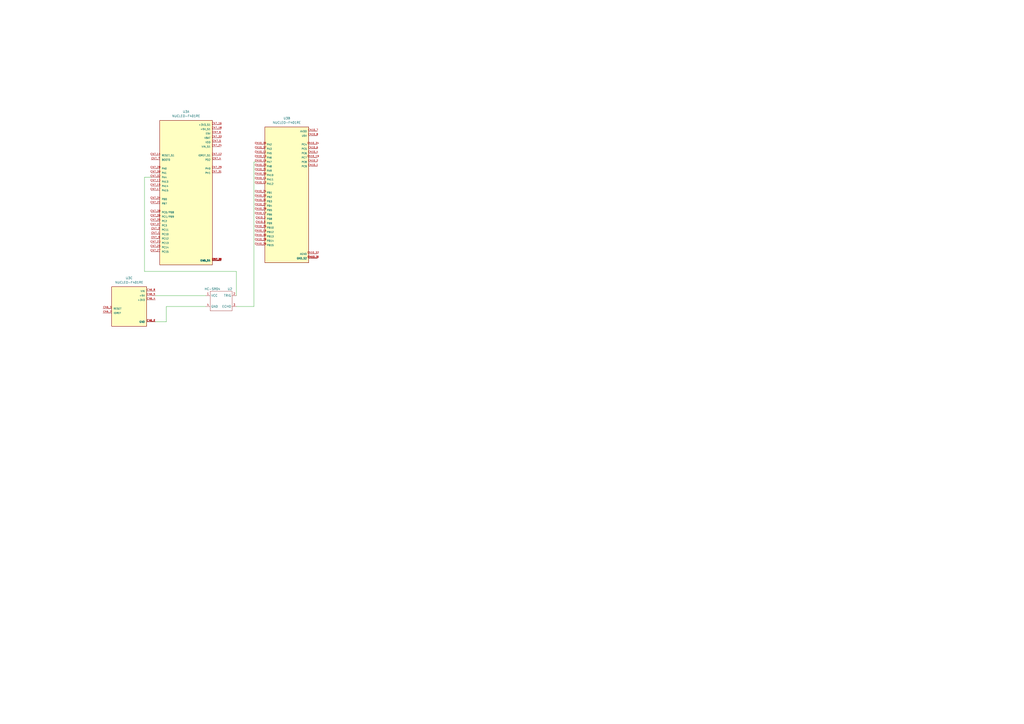
<source format=kicad_sch>
(kicad_sch (version 20230121) (generator eeschema)
  (paper "A2")
  (lib_symbols
    (symbol "Proj_SDTR_SYMBOL:HC-SR04"
      (property "Reference" "U" (at 0 0 0))
      (symbol "HC-SR04_0_1"
        (rectangle (start -6.35 -2.54) (end 6.35 -13.97))
      )
      (symbol "HC-SR04_1_1"
        (pin bidirectional line (at -8.89 -5.08 0) (length 2.54) (name "VCC") (number "1"))
        (pin bidirectional line (at 8.89 -5.08 180) (length 2.54) (name "TRIG") (number "2"))
        (pin bidirectional line (at 8.89 -11.43 180) (length 2.54) (name "ECHO") (number "3"))
        (pin bidirectional line (at -8.89 -11.43 0) (length 2.54) (name "GND") (number "4"))
      )
    )
    (symbol "Proj_SDTR_SYMBOL:NUCLEO-F401RE" (pin_names (offset 1.016))
      (property "Reference" "U" (at -15.24 41.91 0))
      (property "Value" "NUCLEO-F401RE" (at -15.24 -44.45 0))
      (symbol "NUCLEO-F401RE_1_0"
        (rectangle (start -15.24 -43.18) (end 15.24 40.64) (stroke (width 0.254)) (fill (type background)))
        (pin bidirectional line (at -20.32 -25.4 0) (length 5.08) (name "PC10") (number "CN7_1"))
        (pin bidirectional line (at 20.32 20.32 180) (length 5.08) (name "IOREF_S1") (number "CN7_12"))
        (pin bidirectional line (at -20.32 5.08 0) (length 5.08) (name "PA13") (number "CN7_13"))
        (pin bidirectional line (at -20.32 20.32 0) (length 5.08) (name "RESET_S1") (number "CN7_14"))
        (pin bidirectional line (at -20.32 2.54 0) (length 5.08) (name "PA14") (number "CN7_15"))
        (pin power_in line (at 20.32 38.1 180) (length 5.08) (name "+3V3_S1") (number "CN7_16"))
        (pin bidirectional line (at -20.32 0 0) (length 5.08) (name "PA15") (number "CN7_17"))
        (pin power_in line (at 20.32 35.56 180) (length 5.08) (name "+5V_S1") (number "CN7_18"))
        (pin power_in line (at 20.32 -40.64 180) (length 5.08) (name "GND_S1") (number "CN7_19"))
        (pin bidirectional line (at -20.32 -22.86 0) (length 5.08) (name "PC11") (number "CN7_2"))
        (pin power_in line (at 20.32 -40.64 180) (length 5.08) (name "GND_S1") (number "CN7_20"))
        (pin bidirectional line (at -20.32 -7.62 0) (length 5.08) (name "PB7") (number "CN7_21"))
        (pin power_in line (at 20.32 -40.64 180) (length 5.08) (name "GND_S1") (number "CN7_22"))
        (pin bidirectional line (at -20.32 -30.48 0) (length 5.08) (name "PC13") (number "CN7_23"))
        (pin power_in line (at 20.32 25.4 180) (length 5.08) (name "VIN_S1") (number "CN7_24"))
        (pin bidirectional line (at -20.32 -33.02 0) (length 5.08) (name "PC14") (number "CN7_25"))
        (pin bidirectional line (at -20.32 -35.56 0) (length 5.08) (name "PC15") (number "CN7_27"))
        (pin bidirectional line (at -20.32 12.7 0) (length 5.08) (name "PA0") (number "CN7_28"))
        (pin bidirectional line (at 20.32 12.7 180) (length 5.08) (name "PH0") (number "CN7_29"))
        (pin bidirectional line (at -20.32 -27.94 0) (length 5.08) (name "PC12") (number "CN7_3"))
        (pin bidirectional line (at -20.32 10.16 0) (length 5.08) (name "PA1") (number "CN7_30"))
        (pin bidirectional line (at 20.32 10.16 180) (length 5.08) (name "PH1") (number "CN7_31"))
        (pin bidirectional line (at -20.32 7.62 0) (length 5.08) (name "PA4") (number "CN7_32"))
        (pin power_in line (at 20.32 30.48 180) (length 5.08) (name "VBAT") (number "CN7_33"))
        (pin bidirectional line (at -20.32 -5.08 0) (length 5.08) (name "PB0") (number "CN7_34"))
        (pin bidirectional line (at -20.32 -17.78 0) (length 5.08) (name "PC2") (number "CN7_35"))
        (pin bidirectional line (at -20.32 -15.24 0) (length 5.08) (name "PC1/PB9") (number "CN7_36"))
        (pin bidirectional line (at -20.32 -20.32 0) (length 5.08) (name "PC3") (number "CN7_37"))
        (pin bidirectional line (at -20.32 -12.7 0) (length 5.08) (name "PC0/PB8") (number "CN7_38"))
        (pin bidirectional line (at 20.32 17.78 180) (length 5.08) (name "PD2") (number "CN7_4"))
        (pin power_in line (at 20.32 27.94 180) (length 5.08) (name "VDD") (number "CN7_5"))
        (pin power_in line (at 20.32 33.02 180) (length 5.08) (name "E5V") (number "CN7_6"))
        (pin bidirectional line (at -20.32 17.78 0) (length 5.08) (name "BOOT0") (number "CN7_7"))
        (pin power_in line (at 20.32 -40.64 180) (length 5.08) (name "GND_S1") (number "CN7_8"))
      )
      (symbol "NUCLEO-F401RE_2_0"
        (rectangle (start -12.7 -40.64) (end 12.7 38.1) (stroke (width 0.254)) (fill (type background)))
        (pin bidirectional line (at 17.78 15.24 180) (length 5.08) (name "PC9") (number "CN10_1"))
        (pin bidirectional line (at -17.78 22.86 0) (length 5.08) (name "PA5") (number "CN10_11"))
        (pin bidirectional line (at -17.78 5.08 0) (length 5.08) (name "PA12") (number "CN10_12"))
        (pin bidirectional line (at -17.78 20.32 0) (length 5.08) (name "PA6") (number "CN10_13"))
        (pin bidirectional line (at -17.78 7.62 0) (length 5.08) (name "PA11") (number "CN10_14"))
        (pin bidirectional line (at -17.78 17.78 0) (length 5.08) (name "PA7") (number "CN10_15"))
        (pin bidirectional line (at -17.78 -22.86 0) (length 5.08) (name "PB12") (number "CN10_16"))
        (pin bidirectional line (at -17.78 -12.7 0) (length 5.08) (name "PB6") (number "CN10_17"))
        (pin bidirectional line (at 17.78 20.32 180) (length 5.08) (name "PC7") (number "CN10_19"))
        (pin bidirectional line (at 17.78 17.78 180) (length 5.08) (name "PC8") (number "CN10_2"))
        (pin power_in line (at 17.78 -38.1 180) (length 5.08) (name "GND_S2") (number "CN10_20"))
        (pin bidirectional line (at -17.78 12.7 0) (length 5.08) (name "PA9") (number "CN10_21"))
        (pin bidirectional line (at -17.78 -2.54 0) (length 5.08) (name "PB2") (number "CN10_22"))
        (pin bidirectional line (at -17.78 15.24 0) (length 5.08) (name "PA8") (number "CN10_23"))
        (pin bidirectional line (at -17.78 0 0) (length 5.08) (name "PB1") (number "CN10_24"))
        (pin bidirectional line (at -17.78 -20.32 0) (length 5.08) (name "PB10") (number "CN10_25"))
        (pin bidirectional line (at -17.78 -30.48 0) (length 5.08) (name "PB15") (number "CN10_26"))
        (pin bidirectional line (at -17.78 -7.62 0) (length 5.08) (name "PB4") (number "CN10_27"))
        (pin bidirectional line (at -17.78 -27.94 0) (length 5.08) (name "PB14") (number "CN10_28"))
        (pin bidirectional line (at -17.78 -10.16 0) (length 5.08) (name "PB5") (number "CN10_29"))
        (pin bidirectional line (at -17.78 -15.24 0) (length 5.08) (name "PB8") (number "CN10_3"))
        (pin bidirectional line (at -17.78 -25.4 0) (length 5.08) (name "PB13") (number "CN10_30"))
        (pin bidirectional line (at -17.78 -5.08 0) (length 5.08) (name "PB3") (number "CN10_31"))
        (pin power_in line (at 17.78 -35.56 180) (length 5.08) (name "AGND") (number "CN10_32"))
        (pin bidirectional line (at -17.78 10.16 0) (length 5.08) (name "PA10") (number "CN10_33"))
        (pin bidirectional line (at 17.78 27.94 180) (length 5.08) (name "PC4") (number "CN10_34"))
        (pin bidirectional line (at -17.78 27.94 0) (length 5.08) (name "PA2") (number "CN10_35"))
        (pin bidirectional line (at -17.78 25.4 0) (length 5.08) (name "PA3") (number "CN10_37"))
        (pin bidirectional line (at 17.78 22.86 180) (length 5.08) (name "PC6") (number "CN10_4"))
        (pin bidirectional line (at -17.78 -17.78 0) (length 5.08) (name "PB9") (number "CN10_5"))
        (pin bidirectional line (at 17.78 25.4 180) (length 5.08) (name "PC5") (number "CN10_6"))
        (pin power_in line (at 17.78 35.56 180) (length 5.08) (name "AVDD") (number "CN10_7"))
        (pin power_in line (at 17.78 33.02 180) (length 5.08) (name "U5V") (number "CN10_8"))
        (pin power_in line (at 17.78 -38.1 180) (length 5.08) (name "GND_S2") (number "CN10_9"))
      )
      (symbol "NUCLEO-F401RE_3_0"
        (rectangle (start -10.16 -12.7) (end 10.16 10.16) (stroke (width 0.254)) (fill (type background)))
        (pin bidirectional line (at -15.24 -5.08 0) (length 5.08) (name "IOREF") (number "CN6_2"))
        (pin bidirectional line (at -15.24 -2.54 0) (length 5.08) (name "RESET") (number "CN6_3"))
        (pin power_in line (at 15.24 2.54 180) (length 5.08) (name "+3V3") (number "CN6_4"))
        (pin power_in line (at 15.24 5.08 180) (length 5.08) (name "+5V") (number "CN6_5"))
        (pin power_in line (at 15.24 -10.16 180) (length 5.08) (name "GND") (number "CN6_6"))
        (pin power_in line (at 15.24 -10.16 180) (length 5.08) (name "GND") (number "CN6_7"))
        (pin power_in line (at 15.24 7.62 180) (length 5.08) (name "VIN") (number "CN6_8"))
      )
      (symbol "NUCLEO-F401RE_4_0"
        (rectangle (start -5.08 -12.7) (end 5.08 12.7) (stroke (width 0.254)) (fill (type background)))
        (pin input line (at -10.16 10.16 0) (length 5.08) (name "D0") (number "CN9_1"))
        (pin output line (at -10.16 7.62 0) (length 5.08) (name "D1") (number "CN9_2"))
        (pin bidirectional line (at -10.16 2.54 0) (length 5.08) (name "D2") (number "CN9_3"))
        (pin bidirectional line (at -10.16 0 0) (length 5.08) (name "D3") (number "CN9_4"))
        (pin bidirectional line (at -10.16 -2.54 0) (length 5.08) (name "D4") (number "CN9_5"))
        (pin bidirectional line (at -10.16 -5.08 0) (length 5.08) (name "D5") (number "CN9_6"))
        (pin bidirectional line (at -10.16 -7.62 0) (length 5.08) (name "D6") (number "CN9_7"))
        (pin bidirectional line (at -10.16 -10.16 0) (length 5.08) (name "D7") (number "CN9_8"))
      )
      (symbol "NUCLEO-F401RE_5_0"
        (rectangle (start -5.08 -10.16) (end 5.08 7.62) (stroke (width 0.254)) (fill (type background)))
        (pin input line (at -10.16 5.08 0) (length 5.08) (name "A0") (number "CN8_1"))
        (pin input line (at -10.16 2.54 0) (length 5.08) (name "A1") (number "CN8_2"))
        (pin input line (at -10.16 0 0) (length 5.08) (name "A2") (number "CN8_3"))
        (pin input line (at -10.16 -2.54 0) (length 5.08) (name "A3") (number "CN8_4"))
        (pin input line (at -10.16 -5.08 0) (length 5.08) (name "A4") (number "CN8_5"))
        (pin input line (at -10.16 -7.62 0) (length 5.08) (name "A5") (number "CN8_6"))
      )
      (symbol "NUCLEO-F401RE_6_0"
        (rectangle (start -10.16 -17.78) (end 10.16 15.24) (stroke (width 0.254)) (fill (type background)))
        (pin bidirectional line (at -15.24 7.62 0) (length 5.08) (name "D8") (number "CN5_1"))
        (pin bidirectional clock (at -15.24 -10.16 0) (length 5.08) (name "D15") (number "CN5_10"))
        (pin bidirectional line (at -15.24 5.08 0) (length 5.08) (name "D9") (number "CN5_2"))
        (pin bidirectional line (at -15.24 2.54 0) (length 5.08) (name "D10") (number "CN5_3"))
        (pin bidirectional line (at -15.24 0 0) (length 5.08) (name "D11") (number "CN5_4"))
        (pin bidirectional line (at -15.24 -2.54 0) (length 5.08) (name "D12") (number "CN5_5"))
        (pin bidirectional clock (at -15.24 -5.08 0) (length 5.08) (name "D13") (number "CN5_6"))
        (pin power_in line (at 15.24 -15.24 180) (length 5.08) (name "GND_S6") (number "CN5_7"))
        (pin power_in line (at 15.24 12.7 180) (length 5.08) (name "AREF") (number "CN5_8"))
        (pin bidirectional line (at -15.24 -7.62 0) (length 5.08) (name "D14") (number "CN5_9"))
      )
    )
  )
  (wire (pts (xy 90.17 171.45) (xy 119.38 171.45)))
  (wire (pts (xy 148.59 93.98) (xy 147.32 93.98)))
  (wire (pts (xy 147.32 177.8) (xy 137.16 177.8)))
  (wire (pts (xy 83.82 102.87) (xy 83.82 157.48)))
  (wire (pts (xy 87.63 102.87) (xy 83.82 102.87)))
  (wire (pts (xy 83.82 157.48) (xy 137.16 157.48)))
  (wire (pts (xy 137.16 157.48) (xy 137.16 171.45)))
  (wire (pts (xy 96.52 186.69) (xy 96.52 177.8)))
  (wire (pts (xy 96.52 177.8) (xy 119.38 177.8)))
  (wire (pts (xy 90.17 186.69) (xy 96.52 186.69)))
  (wire (pts (xy 147.32 93.98) (xy 147.32 177.8)))
  (symbol (lib_id "Proj_SDTR_SYMBOL:NUCLEO-F401RE") (at 166.37 111.76 0) (unit 2)
    (property "Reference" "U3" (at 166.37 68.58 0))
    (property "Value" "NUCLEO-F401RE" (at 166.37 71.12 0))
    (property "Footprint" "NUCLEO-F401RE:ST_NUCLEO-F401RE" (effects hide))
    (property "MF" "STMicroelectronics" (effects hide))
    (property "MAXIMUM_PACKAGE_HEIGHT" "N/A" (effects hide))
    (property "Package" "None" (effects hide))
    (property "Price" "None" (effects hide))
    (property "Check_prices" "https://www.snapeda.com/parts/NUCLEO-F401RE/STMicroelectronics/view-part/?ref=eda" (effects hide))
    (property "STANDARD" "Manufacturer Recommendations" (effects hide))
    (property "PARTREV" "13" (effects hide))
    (property "SnapEDA_Link" "https://www.snapeda.com/parts/NUCLEO-F401RE/STMicroelectronics/view-part/?ref=snap" (effects hide))
    (property "MP" "NUCLEO-F401RE" (effects hide))
    (property "Purchase-URL" "https://www.snapeda.com/api/url_track_click_mouser/?unipart_id=329267&manufacturer=STMicroelectronics&part_name=NUCLEO-F401RE&search_term=stm nucleo f401re" (effects hide))
    (property "Description" "\nSTM32F401RE, mbed-Enabled Development Nucleo-64 STM32F4 ARM® Cortex®-M4 MCU 32-Bit Embedded Evaluation Board\n" (effects hide))
    (property "Availability" "In Stock" (effects hide))
    (property "MANUFACTURER" "STMicroelectronics" (effects hide))
  )
  (symbol (lib_id "Proj_SDTR_SYMBOL:HC-SR04") (at 128.27 166.37 0) (unit 1)
    (property "Reference" "U2" (at 133.35 167.64 0))
    (property "Value" "HC-SR04" (at 123.19 167.64 0))
  )
  (symbol (lib_id "Proj_SDTR_SYMBOL:NUCLEO-F401RE") (at 74.93 176.53 0) (unit 3)
    (property "Reference" "U3" (at 74.93 161.29 0))
    (property "Value" "NUCLEO-F401RE" (at 74.93 163.83 0))
    (property "Footprint" "NUCLEO-F401RE:ST_NUCLEO-F401RE" (effects hide))
    (property "MF" "STMicroelectronics" (effects hide))
    (property "MAXIMUM_PACKAGE_HEIGHT" "N/A" (effects hide))
    (property "Package" "None" (effects hide))
    (property "Price" "None" (effects hide))
    (property "Check_prices" "https://www.snapeda.com/parts/NUCLEO-F401RE/STMicroelectronics/view-part/?ref=eda" (effects hide))
    (property "STANDARD" "Manufacturer Recommendations" (effects hide))
    (property "PARTREV" "13" (effects hide))
    (property "SnapEDA_Link" "https://www.snapeda.com/parts/NUCLEO-F401RE/STMicroelectronics/view-part/?ref=snap" (effects hide))
    (property "MP" "NUCLEO-F401RE" (effects hide))
    (property "Purchase-URL" "https://www.snapeda.com/api/url_track_click_mouser/?unipart_id=329267&manufacturer=STMicroelectronics&part_name=NUCLEO-F401RE&search_term=stm nucleo f401re" (effects hide))
    (property "Description" "\nSTM32F401RE, mbed-Enabled Development Nucleo-64 STM32F4 ARM® Cortex®-M4 MCU 32-Bit Embedded Evaluation Board\n" (effects hide))
    (property "Availability" "In Stock" (effects hide))
    (property "MANUFACTURER" "STMicroelectronics" (effects hide))
  )
  (symbol (lib_id "Proj_SDTR_SYMBOL:NUCLEO-F401RE") (at 107.95 110.49 0) (unit 1)
    (property "Reference" "U3" (at 107.95 64.77 0))
    (property "Value" "NUCLEO-F401RE" (at 107.95 67.31 0))
    (property "Footprint" "NUCLEO-F401RE:ST_NUCLEO-F401RE" (effects hide))
    (property "MF" "STMicroelectronics" (effects hide))
    (property "MAXIMUM_PACKAGE_HEIGHT" "N/A" (effects hide))
    (property "Package" "None" (effects hide))
    (property "Price" "None" (effects hide))
    (property "Check_prices" "https://www.snapeda.com/parts/NUCLEO-F401RE/STMicroelectronics/view-part/?ref=eda" (effects hide))
    (property "STANDARD" "Manufacturer Recommendations" (effects hide))
    (property "PARTREV" "13" (effects hide))
    (property "SnapEDA_Link" "https://www.snapeda.com/parts/NUCLEO-F401RE/STMicroelectronics/view-part/?ref=snap" (effects hide))
    (property "MP" "NUCLEO-F401RE" (effects hide))
    (property "Purchase-URL" "https://www.snapeda.com/api/url_track_click_mouser/?unipart_id=329267&manufacturer=STMicroelectronics&part_name=NUCLEO-F401RE&search_term=stm nucleo f401re" (effects hide))
    (property "Description" "\nSTM32F401RE, mbed-Enabled Development Nucleo-64 STM32F4 ARM® Cortex®-M4 MCU 32-Bit Embedded Evaluation Board\n" (effects hide))
    (property "Availability" "In Stock" (effects hide))
    (property "MANUFACTURER" "STMicroelectronics" (effects hide))
  )
)
</source>
